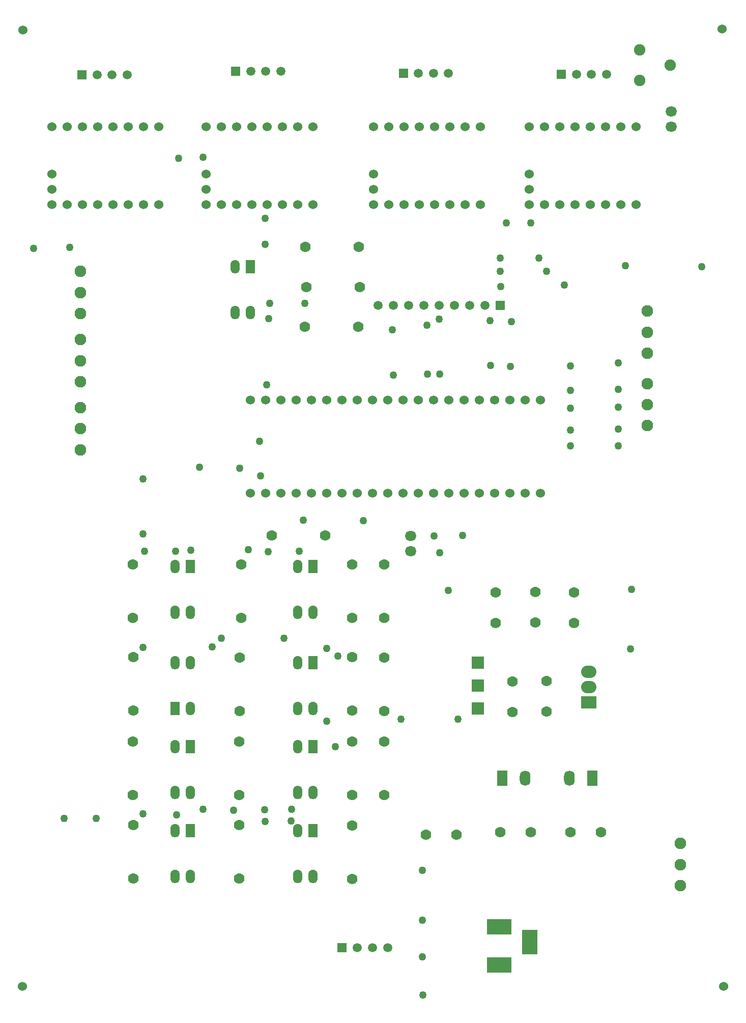
<source format=gbr>
%TF.GenerationSoftware,Altium Limited,Altium Designer,21.0.8 (223)*%
G04 Layer_Physical_Order=1*
G04 Layer_Color=255*
%FSLAX44Y44*%
%MOMM*%
%TF.SameCoordinates,5AF2B301-D6E3-40E8-BD50-6D28294EE4DE*%
%TF.FilePolarity,Positive*%
%TF.FileFunction,Copper,L1,Top,Signal*%
%TF.Part,Single*%
G01*
G75*
%TA.AperFunction,Conductor*%
%ADD10C,0.6350*%
%TA.AperFunction,ComponentPad*%
%ADD11C,1.5240*%
%ADD12C,1.5200*%
%ADD13R,1.5200X1.5200*%
%ADD14C,1.7780*%
%TA.AperFunction,ViaPad*%
%ADD15C,1.5240*%
%TA.AperFunction,ComponentPad*%
%ADD16O,2.5400X2.0320*%
%ADD17R,2.5400X2.0320*%
%ADD18O,1.9050X1.6510*%
%ADD19C,1.9050*%
%ADD20C,1.5080*%
%ADD21R,1.5080X1.5080*%
%ADD22O,1.5240X2.2860*%
%ADD23R,1.5240X2.2860*%
%ADD24C,1.5000*%
%ADD25R,1.5000X1.5000*%
%ADD26C,1.9500*%
%ADD27R,4.0640X2.5400*%
%ADD28R,2.5400X4.0640*%
%ADD29R,1.7780X2.5400*%
%ADD30O,1.7780X2.5400*%
%ADD31R,1.9998X1.9998*%
%TA.AperFunction,ViaPad*%
%ADD32C,1.2700*%
D10*
X1085850Y115189D02*
Y124460D01*
D11*
X825500Y1471549D02*
D03*
X1003300Y1342009D02*
D03*
X977900D02*
D03*
X952500D02*
D03*
X927100D02*
D03*
X901700D02*
D03*
X876300D02*
D03*
X850900D02*
D03*
X825500D02*
D03*
Y1367409D02*
D03*
Y1392809D02*
D03*
X850900Y1471549D02*
D03*
X876300D02*
D03*
X901700D02*
D03*
X927100D02*
D03*
X952500D02*
D03*
X977900D02*
D03*
X1003300D02*
D03*
X621030Y861949D02*
D03*
X646430D02*
D03*
X671830D02*
D03*
X697230D02*
D03*
X722630D02*
D03*
X748030D02*
D03*
X773430D02*
D03*
X798830D02*
D03*
X824230D02*
D03*
X849630D02*
D03*
X875030D02*
D03*
X900430D02*
D03*
X925830D02*
D03*
X951230D02*
D03*
X976630D02*
D03*
X1002030D02*
D03*
X1027430D02*
D03*
X1052830D02*
D03*
X1078230D02*
D03*
X1103630D02*
D03*
Y1016889D02*
D03*
X1078230D02*
D03*
X1052830D02*
D03*
X1027430D02*
D03*
X1002030D02*
D03*
X976630D02*
D03*
X951230D02*
D03*
X925830D02*
D03*
X900430D02*
D03*
X875030D02*
D03*
X849630D02*
D03*
X824230D02*
D03*
X798830D02*
D03*
X773430D02*
D03*
X748030D02*
D03*
X722630D02*
D03*
X697230D02*
D03*
X671830D02*
D03*
X646430D02*
D03*
X621030D02*
D03*
X1262380Y1471549D02*
D03*
X1236980D02*
D03*
X1211580D02*
D03*
X1186180D02*
D03*
X1160780D02*
D03*
X1135380D02*
D03*
X1109980D02*
D03*
X1084580Y1392809D02*
D03*
Y1367409D02*
D03*
Y1342009D02*
D03*
X1109980D02*
D03*
X1135380D02*
D03*
X1160780D02*
D03*
X1186180D02*
D03*
X1211580D02*
D03*
X1236980D02*
D03*
X1262380D02*
D03*
X1084580Y1471549D02*
D03*
X290830D02*
D03*
X468630Y1342009D02*
D03*
X443230D02*
D03*
X417830D02*
D03*
X392430D02*
D03*
X367030D02*
D03*
X341630D02*
D03*
X316230D02*
D03*
X290830D02*
D03*
Y1367409D02*
D03*
Y1392809D02*
D03*
X316230Y1471549D02*
D03*
X341630D02*
D03*
X367030D02*
D03*
X392430D02*
D03*
X417830D02*
D03*
X443230D02*
D03*
X468630D02*
D03*
X547370D02*
D03*
X725170Y1342009D02*
D03*
X699770D02*
D03*
X674370D02*
D03*
X648970D02*
D03*
X623570D02*
D03*
X598170D02*
D03*
X572770D02*
D03*
X547370D02*
D03*
Y1367409D02*
D03*
Y1392809D02*
D03*
X572770Y1471549D02*
D03*
X598170D02*
D03*
X623570D02*
D03*
X648970D02*
D03*
X674370D02*
D03*
X699770D02*
D03*
X725170D02*
D03*
D12*
X1010920Y1174369D02*
D03*
X833120D02*
D03*
X858520D02*
D03*
X883920D02*
D03*
X909320D02*
D03*
X934720D02*
D03*
X960120D02*
D03*
X985520D02*
D03*
D13*
X1036320D02*
D03*
D14*
X1028700Y646049D02*
D03*
Y696849D02*
D03*
X1113790Y549907D02*
D03*
Y499108D02*
D03*
X1056640Y548382D02*
D03*
Y497582D02*
D03*
X1159510Y646049D02*
D03*
Y696849D02*
D03*
X1094740Y647319D02*
D03*
Y698119D02*
D03*
X789940Y220599D02*
D03*
Y309499D02*
D03*
X601980Y309651D02*
D03*
Y220751D02*
D03*
X425574Y309651D02*
D03*
Y220751D02*
D03*
X601980Y360299D02*
D03*
Y449199D02*
D03*
X425450Y360299D02*
D03*
Y449199D02*
D03*
X605790Y654939D02*
D03*
Y743839D02*
D03*
X425450Y654939D02*
D03*
Y743839D02*
D03*
X1036320Y298069D02*
D03*
X1087120D02*
D03*
X1153160D02*
D03*
X1203960D02*
D03*
X913130Y294259D02*
D03*
X963930D02*
D03*
X843280Y360299D02*
D03*
Y449199D02*
D03*
Y499999D02*
D03*
Y588899D02*
D03*
Y654939D02*
D03*
Y743839D02*
D03*
X789940Y360299D02*
D03*
Y449199D02*
D03*
X790064Y589051D02*
D03*
Y500151D02*
D03*
X789940Y654939D02*
D03*
Y743839D02*
D03*
X603250Y499999D02*
D03*
Y588899D02*
D03*
X425574Y589051D02*
D03*
Y500151D02*
D03*
X711200Y1138809D02*
D03*
X800100D02*
D03*
X802640Y1204849D02*
D03*
X713740D02*
D03*
X801370Y1272159D02*
D03*
X712470D02*
D03*
X656590Y792099D02*
D03*
X745490D02*
D03*
D15*
X1024890Y77089D02*
D03*
X1035050D02*
D03*
X1045210D02*
D03*
X1026160Y140589D02*
D03*
X1035050D02*
D03*
X1045210D02*
D03*
X1085850Y105029D02*
D03*
X1405890Y1634109D02*
D03*
X242570Y1632839D02*
D03*
X241300Y41529D02*
D03*
X1408430D02*
D03*
D16*
X1183640Y564769D02*
D03*
Y539369D02*
D03*
D17*
Y513969D02*
D03*
D18*
X1320800Y1471295D02*
D03*
Y1496949D02*
D03*
X887730Y765429D02*
D03*
Y791083D02*
D03*
D19*
X1268730Y1599819D02*
D03*
X1319530Y1574419D02*
D03*
X1268730Y1549019D02*
D03*
D20*
X1213320Y1559179D02*
D03*
X1188320D02*
D03*
X1163320D02*
D03*
X950430Y1560449D02*
D03*
X925430D02*
D03*
X900430D02*
D03*
X671430Y1564259D02*
D03*
X646430D02*
D03*
X621430D02*
D03*
X415760Y1557909D02*
D03*
X390760D02*
D03*
X365760D02*
D03*
D21*
X1138320Y1559179D02*
D03*
X875430Y1560449D02*
D03*
X596430Y1564259D02*
D03*
X340760Y1557909D02*
D03*
D22*
X621030Y1162939D02*
D03*
X595630D02*
D03*
Y1239139D02*
D03*
X725170Y224282D02*
D03*
X699770D02*
D03*
Y300482D02*
D03*
X520700Y224282D02*
D03*
X495300D02*
D03*
Y300482D02*
D03*
X520700Y363982D02*
D03*
X495300D02*
D03*
Y440182D02*
D03*
X520700Y664108D02*
D03*
X495300D02*
D03*
Y740308D02*
D03*
X725170Y363982D02*
D03*
X699770D02*
D03*
Y440182D02*
D03*
X725170Y503682D02*
D03*
X699770D02*
D03*
Y579882D02*
D03*
X725170Y664108D02*
D03*
X699770D02*
D03*
Y740308D02*
D03*
X495300Y579882D02*
D03*
X520700D02*
D03*
Y503682D02*
D03*
D23*
X621030Y1239139D02*
D03*
X725170Y300482D02*
D03*
X520700D02*
D03*
Y440182D02*
D03*
Y740308D02*
D03*
X725170Y440182D02*
D03*
Y579882D02*
D03*
Y740308D02*
D03*
X495300Y503682D02*
D03*
D24*
X849630Y106299D02*
D03*
X824230D02*
D03*
X798830D02*
D03*
D25*
X773430D02*
D03*
D26*
X337820Y934339D02*
D03*
Y1004339D02*
D03*
Y969339D02*
D03*
X1336040Y209169D02*
D03*
Y279169D02*
D03*
Y244169D02*
D03*
X1281430Y974269D02*
D03*
Y1044269D02*
D03*
Y1009269D02*
D03*
Y1094919D02*
D03*
Y1129919D02*
D03*
Y1164919D02*
D03*
X337820Y1047369D02*
D03*
Y1117369D02*
D03*
Y1082369D02*
D03*
Y1160959D02*
D03*
Y1230959D02*
D03*
Y1195959D02*
D03*
D27*
X1035050Y77089D02*
D03*
Y140589D02*
D03*
D28*
X1085850Y115189D02*
D03*
D29*
X1040130Y388239D02*
D03*
X1189990D02*
D03*
D30*
X1078230D02*
D03*
X1151890D02*
D03*
D31*
X999490Y503793D02*
D03*
Y579993D02*
D03*
Y541893D02*
D03*
D32*
X1085850Y124460D02*
D03*
Y115189D02*
D03*
X650240Y764540D02*
D03*
X702310Y765810D02*
D03*
X617220Y768350D02*
D03*
X521970Y767080D02*
D03*
X935990Y762889D02*
D03*
X926148Y791146D02*
D03*
X974090Y792099D02*
D03*
X858520Y1058799D02*
D03*
X915670Y1060069D02*
D03*
X935990D02*
D03*
X857250Y1133834D02*
D03*
X914400Y1141349D02*
D03*
X934720Y1151509D02*
D03*
X1233170Y940689D02*
D03*
X1253490Y602869D02*
D03*
X1254760Y701929D02*
D03*
X1087120Y1311529D02*
D03*
X1233170Y1005459D02*
D03*
X1053187Y1073126D02*
D03*
X1046480Y1311529D02*
D03*
X949960Y700659D02*
D03*
X871220Y486029D02*
D03*
X966470D02*
D03*
X1019810Y1148969D02*
D03*
X1020296Y1074823D02*
D03*
X542290Y1420749D02*
D03*
X501650Y1419479D02*
D03*
X645160Y1275969D02*
D03*
Y1319149D02*
D03*
X651510Y1152779D02*
D03*
X364490Y320929D02*
D03*
X441960Y328549D02*
D03*
X497840Y327279D02*
D03*
X542290Y336169D02*
D03*
X593090Y334899D02*
D03*
X647700Y1042289D02*
D03*
X637540Y891159D02*
D03*
X603250Y903859D02*
D03*
X535940Y905129D02*
D03*
X636270Y948309D02*
D03*
X441960Y886079D02*
D03*
X676910Y620649D02*
D03*
X557530Y606679D02*
D03*
X444500Y765429D02*
D03*
X496570D02*
D03*
X441960Y794639D02*
D03*
X708660Y817499D02*
D03*
X441960Y605409D02*
D03*
X908050Y27559D02*
D03*
X906780Y91059D02*
D03*
Y152019D02*
D03*
Y234569D02*
D03*
X1153160Y940689D02*
D03*
Y967269D02*
D03*
X1233170Y968629D02*
D03*
X1153160Y1003515D02*
D03*
X1233170Y1078885D02*
D03*
X1153160Y1033399D02*
D03*
X1233170Y1034669D02*
D03*
X1153160Y1074039D02*
D03*
X1055370Y1147699D02*
D03*
X1037590Y1206119D02*
D03*
X1143000Y1208659D02*
D03*
X1113790Y1231519D02*
D03*
X1036320D02*
D03*
X1371600Y1239139D02*
D03*
X1244600Y1240409D02*
D03*
X1101090Y1253109D02*
D03*
X1036320D02*
D03*
X762000Y440309D02*
D03*
X645160Y315849D02*
D03*
X644506Y335553D02*
D03*
X689610Y336169D02*
D03*
X688340Y317119D02*
D03*
X747544Y482705D02*
D03*
X766640Y591439D02*
D03*
X748030Y604139D02*
D03*
X572770Y620649D02*
D03*
X711200Y1178179D02*
D03*
X652780D02*
D03*
X311150Y320929D02*
D03*
X260350Y1269619D02*
D03*
X320040Y1270889D02*
D03*
X808990Y816229D02*
D03*
%TF.MD5,1ef60b2a8b95628b8b1aaac184b3d1b5*%
M02*

</source>
